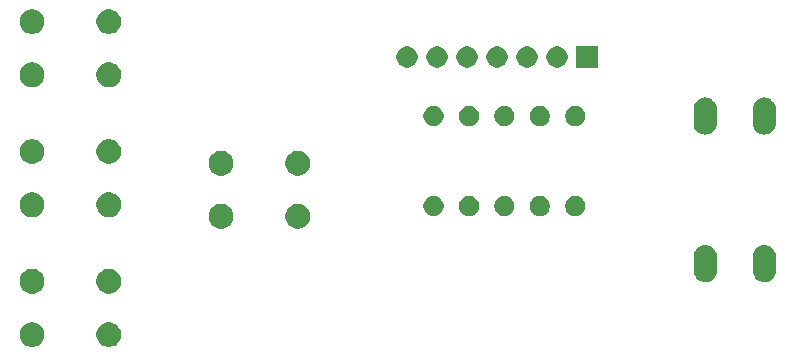
<source format=gbr>
G04 #@! TF.GenerationSoftware,KiCad,Pcbnew,(5.1.5)-3*
G04 #@! TF.CreationDate,2020-07-19T03:38:46+05:30*
G04 #@! TF.ProjectId,HA-Button-V1.0,48412d42-7574-4746-9f6e-2d56312e302e,rev?*
G04 #@! TF.SameCoordinates,Original*
G04 #@! TF.FileFunction,Soldermask,Bot*
G04 #@! TF.FilePolarity,Negative*
%FSLAX46Y46*%
G04 Gerber Fmt 4.6, Leading zero omitted, Abs format (unit mm)*
G04 Created by KiCad (PCBNEW (5.1.5)-3) date 2020-07-19 03:38:46*
%MOMM*%
%LPD*%
G04 APERTURE LIST*
%ADD10C,0.100000*%
G04 APERTURE END LIST*
D10*
G36*
X82806564Y-99489389D02*
G01*
X82997833Y-99568615D01*
X82997835Y-99568616D01*
X83169973Y-99683635D01*
X83316365Y-99830027D01*
X83431385Y-100002167D01*
X83510611Y-100193436D01*
X83551000Y-100396484D01*
X83551000Y-100603516D01*
X83510611Y-100806564D01*
X83431385Y-100997833D01*
X83431384Y-100997835D01*
X83316365Y-101169973D01*
X83169973Y-101316365D01*
X82997835Y-101431384D01*
X82997834Y-101431385D01*
X82997833Y-101431385D01*
X82806564Y-101510611D01*
X82603516Y-101551000D01*
X82396484Y-101551000D01*
X82193436Y-101510611D01*
X82002167Y-101431385D01*
X82002166Y-101431385D01*
X82002165Y-101431384D01*
X81830027Y-101316365D01*
X81683635Y-101169973D01*
X81568616Y-100997835D01*
X81568615Y-100997833D01*
X81489389Y-100806564D01*
X81449000Y-100603516D01*
X81449000Y-100396484D01*
X81489389Y-100193436D01*
X81568615Y-100002167D01*
X81683635Y-99830027D01*
X81830027Y-99683635D01*
X82002165Y-99568616D01*
X82002167Y-99568615D01*
X82193436Y-99489389D01*
X82396484Y-99449000D01*
X82603516Y-99449000D01*
X82806564Y-99489389D01*
G37*
G36*
X76306564Y-99489389D02*
G01*
X76497833Y-99568615D01*
X76497835Y-99568616D01*
X76669973Y-99683635D01*
X76816365Y-99830027D01*
X76931385Y-100002167D01*
X77010611Y-100193436D01*
X77051000Y-100396484D01*
X77051000Y-100603516D01*
X77010611Y-100806564D01*
X76931385Y-100997833D01*
X76931384Y-100997835D01*
X76816365Y-101169973D01*
X76669973Y-101316365D01*
X76497835Y-101431384D01*
X76497834Y-101431385D01*
X76497833Y-101431385D01*
X76306564Y-101510611D01*
X76103516Y-101551000D01*
X75896484Y-101551000D01*
X75693436Y-101510611D01*
X75502167Y-101431385D01*
X75502166Y-101431385D01*
X75502165Y-101431384D01*
X75330027Y-101316365D01*
X75183635Y-101169973D01*
X75068616Y-100997835D01*
X75068615Y-100997833D01*
X74989389Y-100806564D01*
X74949000Y-100603516D01*
X74949000Y-100396484D01*
X74989389Y-100193436D01*
X75068615Y-100002167D01*
X75183635Y-99830027D01*
X75330027Y-99683635D01*
X75502165Y-99568616D01*
X75502167Y-99568615D01*
X75693436Y-99489389D01*
X75896484Y-99449000D01*
X76103516Y-99449000D01*
X76306564Y-99489389D01*
G37*
G36*
X82806564Y-94989389D02*
G01*
X82997833Y-95068615D01*
X82997835Y-95068616D01*
X83169973Y-95183635D01*
X83316365Y-95330027D01*
X83412769Y-95474305D01*
X83431385Y-95502167D01*
X83510611Y-95693436D01*
X83551000Y-95896484D01*
X83551000Y-96103516D01*
X83510611Y-96306564D01*
X83431385Y-96497833D01*
X83431384Y-96497835D01*
X83316365Y-96669973D01*
X83169973Y-96816365D01*
X82997835Y-96931384D01*
X82997834Y-96931385D01*
X82997833Y-96931385D01*
X82806564Y-97010611D01*
X82603516Y-97051000D01*
X82396484Y-97051000D01*
X82193436Y-97010611D01*
X82002167Y-96931385D01*
X82002166Y-96931385D01*
X82002165Y-96931384D01*
X81830027Y-96816365D01*
X81683635Y-96669973D01*
X81568616Y-96497835D01*
X81568615Y-96497833D01*
X81489389Y-96306564D01*
X81449000Y-96103516D01*
X81449000Y-95896484D01*
X81489389Y-95693436D01*
X81568615Y-95502167D01*
X81587232Y-95474305D01*
X81683635Y-95330027D01*
X81830027Y-95183635D01*
X82002165Y-95068616D01*
X82002167Y-95068615D01*
X82193436Y-94989389D01*
X82396484Y-94949000D01*
X82603516Y-94949000D01*
X82806564Y-94989389D01*
G37*
G36*
X76306564Y-94989389D02*
G01*
X76497833Y-95068615D01*
X76497835Y-95068616D01*
X76669973Y-95183635D01*
X76816365Y-95330027D01*
X76912769Y-95474305D01*
X76931385Y-95502167D01*
X77010611Y-95693436D01*
X77051000Y-95896484D01*
X77051000Y-96103516D01*
X77010611Y-96306564D01*
X76931385Y-96497833D01*
X76931384Y-96497835D01*
X76816365Y-96669973D01*
X76669973Y-96816365D01*
X76497835Y-96931384D01*
X76497834Y-96931385D01*
X76497833Y-96931385D01*
X76306564Y-97010611D01*
X76103516Y-97051000D01*
X75896484Y-97051000D01*
X75693436Y-97010611D01*
X75502167Y-96931385D01*
X75502166Y-96931385D01*
X75502165Y-96931384D01*
X75330027Y-96816365D01*
X75183635Y-96669973D01*
X75068616Y-96497835D01*
X75068615Y-96497833D01*
X74989389Y-96306564D01*
X74949000Y-96103516D01*
X74949000Y-95896484D01*
X74989389Y-95693436D01*
X75068615Y-95502167D01*
X75087232Y-95474305D01*
X75183635Y-95330027D01*
X75330027Y-95183635D01*
X75502165Y-95068616D01*
X75502167Y-95068615D01*
X75693436Y-94989389D01*
X75896484Y-94949000D01*
X76103516Y-94949000D01*
X76306564Y-94989389D01*
G37*
G36*
X133191329Y-92939122D02*
G01*
X133375306Y-92994931D01*
X133375309Y-92994932D01*
X133465225Y-93042994D01*
X133544860Y-93085559D01*
X133591035Y-93123454D01*
X133693476Y-93207524D01*
X133777546Y-93309965D01*
X133815441Y-93356140D01*
X133858006Y-93435775D01*
X133906068Y-93525691D01*
X133906069Y-93525694D01*
X133961878Y-93709671D01*
X133976000Y-93853056D01*
X133976000Y-95146944D01*
X133961878Y-95290329D01*
X133906069Y-95474305D01*
X133906068Y-95474309D01*
X133891177Y-95502167D01*
X133815441Y-95643860D01*
X133777546Y-95690035D01*
X133693476Y-95792476D01*
X133591035Y-95876546D01*
X133544860Y-95914441D01*
X133490674Y-95943404D01*
X133375309Y-96005068D01*
X133327436Y-96019590D01*
X133191328Y-96060878D01*
X133000000Y-96079722D01*
X132808671Y-96060878D01*
X132624694Y-96005069D01*
X132624691Y-96005068D01*
X132534775Y-95957006D01*
X132455140Y-95914441D01*
X132408965Y-95876546D01*
X132306524Y-95792476D01*
X132222454Y-95690035D01*
X132184559Y-95643860D01*
X132108823Y-95502167D01*
X132093932Y-95474309D01*
X132050165Y-95330027D01*
X132038122Y-95290328D01*
X132024000Y-95146943D01*
X132024000Y-93853055D01*
X132038122Y-93709675D01*
X132038123Y-93709671D01*
X132093932Y-93525694D01*
X132184560Y-93356140D01*
X132222455Y-93309965D01*
X132306525Y-93207524D01*
X132408966Y-93123454D01*
X132455141Y-93085559D01*
X132534776Y-93042994D01*
X132624692Y-92994932D01*
X132624695Y-92994931D01*
X132808672Y-92939122D01*
X133000000Y-92920278D01*
X133191329Y-92939122D01*
G37*
G36*
X138191329Y-92939122D02*
G01*
X138375306Y-92994931D01*
X138375309Y-92994932D01*
X138465225Y-93042994D01*
X138544860Y-93085559D01*
X138591035Y-93123454D01*
X138693476Y-93207524D01*
X138777546Y-93309965D01*
X138815441Y-93356140D01*
X138858006Y-93435775D01*
X138906068Y-93525691D01*
X138906069Y-93525694D01*
X138961878Y-93709671D01*
X138976000Y-93853056D01*
X138976000Y-95146944D01*
X138961878Y-95290329D01*
X138906069Y-95474305D01*
X138906068Y-95474309D01*
X138891177Y-95502167D01*
X138815441Y-95643860D01*
X138777546Y-95690035D01*
X138693476Y-95792476D01*
X138591035Y-95876546D01*
X138544860Y-95914441D01*
X138490674Y-95943404D01*
X138375309Y-96005068D01*
X138327436Y-96019590D01*
X138191328Y-96060878D01*
X138000000Y-96079722D01*
X137808671Y-96060878D01*
X137624694Y-96005069D01*
X137624691Y-96005068D01*
X137534775Y-95957006D01*
X137455140Y-95914441D01*
X137408965Y-95876546D01*
X137306524Y-95792476D01*
X137222454Y-95690035D01*
X137184559Y-95643860D01*
X137108823Y-95502167D01*
X137093932Y-95474309D01*
X137050165Y-95330027D01*
X137038122Y-95290328D01*
X137024000Y-95146943D01*
X137024000Y-93853055D01*
X137038122Y-93709675D01*
X137038123Y-93709671D01*
X137093932Y-93525694D01*
X137184560Y-93356140D01*
X137222455Y-93309965D01*
X137306525Y-93207524D01*
X137408966Y-93123454D01*
X137455141Y-93085559D01*
X137534776Y-93042994D01*
X137624692Y-92994932D01*
X137624695Y-92994931D01*
X137808672Y-92939122D01*
X138000000Y-92920278D01*
X138191329Y-92939122D01*
G37*
G36*
X98806564Y-89489389D02*
G01*
X98997833Y-89568615D01*
X98997835Y-89568616D01*
X99169973Y-89683635D01*
X99316365Y-89830027D01*
X99428491Y-89997835D01*
X99431385Y-90002167D01*
X99510611Y-90193436D01*
X99551000Y-90396484D01*
X99551000Y-90603516D01*
X99510611Y-90806564D01*
X99431385Y-90997833D01*
X99431384Y-90997835D01*
X99316365Y-91169973D01*
X99169973Y-91316365D01*
X98997835Y-91431384D01*
X98997834Y-91431385D01*
X98997833Y-91431385D01*
X98806564Y-91510611D01*
X98603516Y-91551000D01*
X98396484Y-91551000D01*
X98193436Y-91510611D01*
X98002167Y-91431385D01*
X98002166Y-91431385D01*
X98002165Y-91431384D01*
X97830027Y-91316365D01*
X97683635Y-91169973D01*
X97568616Y-90997835D01*
X97568615Y-90997833D01*
X97489389Y-90806564D01*
X97449000Y-90603516D01*
X97449000Y-90396484D01*
X97489389Y-90193436D01*
X97568615Y-90002167D01*
X97571510Y-89997835D01*
X97683635Y-89830027D01*
X97830027Y-89683635D01*
X98002165Y-89568616D01*
X98002167Y-89568615D01*
X98193436Y-89489389D01*
X98396484Y-89449000D01*
X98603516Y-89449000D01*
X98806564Y-89489389D01*
G37*
G36*
X92306564Y-89489389D02*
G01*
X92497833Y-89568615D01*
X92497835Y-89568616D01*
X92669973Y-89683635D01*
X92816365Y-89830027D01*
X92928491Y-89997835D01*
X92931385Y-90002167D01*
X93010611Y-90193436D01*
X93051000Y-90396484D01*
X93051000Y-90603516D01*
X93010611Y-90806564D01*
X92931385Y-90997833D01*
X92931384Y-90997835D01*
X92816365Y-91169973D01*
X92669973Y-91316365D01*
X92497835Y-91431384D01*
X92497834Y-91431385D01*
X92497833Y-91431385D01*
X92306564Y-91510611D01*
X92103516Y-91551000D01*
X91896484Y-91551000D01*
X91693436Y-91510611D01*
X91502167Y-91431385D01*
X91502166Y-91431385D01*
X91502165Y-91431384D01*
X91330027Y-91316365D01*
X91183635Y-91169973D01*
X91068616Y-90997835D01*
X91068615Y-90997833D01*
X90989389Y-90806564D01*
X90949000Y-90603516D01*
X90949000Y-90396484D01*
X90989389Y-90193436D01*
X91068615Y-90002167D01*
X91071510Y-89997835D01*
X91183635Y-89830027D01*
X91330027Y-89683635D01*
X91502165Y-89568616D01*
X91502167Y-89568615D01*
X91693436Y-89489389D01*
X91896484Y-89449000D01*
X92103516Y-89449000D01*
X92306564Y-89489389D01*
G37*
G36*
X82806564Y-88489389D02*
G01*
X82997833Y-88568615D01*
X82997835Y-88568616D01*
X83169973Y-88683635D01*
X83316365Y-88830027D01*
X83340303Y-88865852D01*
X83431385Y-89002167D01*
X83510611Y-89193436D01*
X83551000Y-89396484D01*
X83551000Y-89603516D01*
X83510611Y-89806564D01*
X83431385Y-89997833D01*
X83431384Y-89997835D01*
X83316365Y-90169973D01*
X83169973Y-90316365D01*
X82997835Y-90431384D01*
X82997834Y-90431385D01*
X82997833Y-90431385D01*
X82806564Y-90510611D01*
X82603516Y-90551000D01*
X82396484Y-90551000D01*
X82193436Y-90510611D01*
X82002167Y-90431385D01*
X82002166Y-90431385D01*
X82002165Y-90431384D01*
X81830027Y-90316365D01*
X81683635Y-90169973D01*
X81568616Y-89997835D01*
X81568615Y-89997833D01*
X81489389Y-89806564D01*
X81449000Y-89603516D01*
X81449000Y-89396484D01*
X81489389Y-89193436D01*
X81568615Y-89002167D01*
X81659698Y-88865852D01*
X81683635Y-88830027D01*
X81830027Y-88683635D01*
X82002165Y-88568616D01*
X82002167Y-88568615D01*
X82193436Y-88489389D01*
X82396484Y-88449000D01*
X82603516Y-88449000D01*
X82806564Y-88489389D01*
G37*
G36*
X76306564Y-88489389D02*
G01*
X76497833Y-88568615D01*
X76497835Y-88568616D01*
X76669973Y-88683635D01*
X76816365Y-88830027D01*
X76840303Y-88865852D01*
X76931385Y-89002167D01*
X77010611Y-89193436D01*
X77051000Y-89396484D01*
X77051000Y-89603516D01*
X77010611Y-89806564D01*
X76931385Y-89997833D01*
X76931384Y-89997835D01*
X76816365Y-90169973D01*
X76669973Y-90316365D01*
X76497835Y-90431384D01*
X76497834Y-90431385D01*
X76497833Y-90431385D01*
X76306564Y-90510611D01*
X76103516Y-90551000D01*
X75896484Y-90551000D01*
X75693436Y-90510611D01*
X75502167Y-90431385D01*
X75502166Y-90431385D01*
X75502165Y-90431384D01*
X75330027Y-90316365D01*
X75183635Y-90169973D01*
X75068616Y-89997835D01*
X75068615Y-89997833D01*
X74989389Y-89806564D01*
X74949000Y-89603516D01*
X74949000Y-89396484D01*
X74989389Y-89193436D01*
X75068615Y-89002167D01*
X75159698Y-88865852D01*
X75183635Y-88830027D01*
X75330027Y-88683635D01*
X75502165Y-88568616D01*
X75502167Y-88568615D01*
X75693436Y-88489389D01*
X75896484Y-88449000D01*
X76103516Y-88449000D01*
X76306564Y-88489389D01*
G37*
G36*
X119248228Y-88801703D02*
G01*
X119403100Y-88865853D01*
X119542481Y-88958985D01*
X119661015Y-89077519D01*
X119754147Y-89216900D01*
X119818297Y-89371772D01*
X119851000Y-89536184D01*
X119851000Y-89703816D01*
X119818297Y-89868228D01*
X119754147Y-90023100D01*
X119661015Y-90162481D01*
X119542481Y-90281015D01*
X119403100Y-90374147D01*
X119248228Y-90438297D01*
X119083816Y-90471000D01*
X118916184Y-90471000D01*
X118751772Y-90438297D01*
X118596900Y-90374147D01*
X118457519Y-90281015D01*
X118338985Y-90162481D01*
X118245853Y-90023100D01*
X118181703Y-89868228D01*
X118149000Y-89703816D01*
X118149000Y-89536184D01*
X118181703Y-89371772D01*
X118245853Y-89216900D01*
X118338985Y-89077519D01*
X118457519Y-88958985D01*
X118596900Y-88865853D01*
X118751772Y-88801703D01*
X118916184Y-88769000D01*
X119083816Y-88769000D01*
X119248228Y-88801703D01*
G37*
G36*
X122248228Y-88801703D02*
G01*
X122403100Y-88865853D01*
X122542481Y-88958985D01*
X122661015Y-89077519D01*
X122754147Y-89216900D01*
X122818297Y-89371772D01*
X122851000Y-89536184D01*
X122851000Y-89703816D01*
X122818297Y-89868228D01*
X122754147Y-90023100D01*
X122661015Y-90162481D01*
X122542481Y-90281015D01*
X122403100Y-90374147D01*
X122248228Y-90438297D01*
X122083816Y-90471000D01*
X121916184Y-90471000D01*
X121751772Y-90438297D01*
X121596900Y-90374147D01*
X121457519Y-90281015D01*
X121338985Y-90162481D01*
X121245853Y-90023100D01*
X121181703Y-89868228D01*
X121149000Y-89703816D01*
X121149000Y-89536184D01*
X121181703Y-89371772D01*
X121245853Y-89216900D01*
X121338985Y-89077519D01*
X121457519Y-88958985D01*
X121596900Y-88865853D01*
X121751772Y-88801703D01*
X121916184Y-88769000D01*
X122083816Y-88769000D01*
X122248228Y-88801703D01*
G37*
G36*
X116248228Y-88801703D02*
G01*
X116403100Y-88865853D01*
X116542481Y-88958985D01*
X116661015Y-89077519D01*
X116754147Y-89216900D01*
X116818297Y-89371772D01*
X116851000Y-89536184D01*
X116851000Y-89703816D01*
X116818297Y-89868228D01*
X116754147Y-90023100D01*
X116661015Y-90162481D01*
X116542481Y-90281015D01*
X116403100Y-90374147D01*
X116248228Y-90438297D01*
X116083816Y-90471000D01*
X115916184Y-90471000D01*
X115751772Y-90438297D01*
X115596900Y-90374147D01*
X115457519Y-90281015D01*
X115338985Y-90162481D01*
X115245853Y-90023100D01*
X115181703Y-89868228D01*
X115149000Y-89703816D01*
X115149000Y-89536184D01*
X115181703Y-89371772D01*
X115245853Y-89216900D01*
X115338985Y-89077519D01*
X115457519Y-88958985D01*
X115596900Y-88865853D01*
X115751772Y-88801703D01*
X115916184Y-88769000D01*
X116083816Y-88769000D01*
X116248228Y-88801703D01*
G37*
G36*
X113248228Y-88801703D02*
G01*
X113403100Y-88865853D01*
X113542481Y-88958985D01*
X113661015Y-89077519D01*
X113754147Y-89216900D01*
X113818297Y-89371772D01*
X113851000Y-89536184D01*
X113851000Y-89703816D01*
X113818297Y-89868228D01*
X113754147Y-90023100D01*
X113661015Y-90162481D01*
X113542481Y-90281015D01*
X113403100Y-90374147D01*
X113248228Y-90438297D01*
X113083816Y-90471000D01*
X112916184Y-90471000D01*
X112751772Y-90438297D01*
X112596900Y-90374147D01*
X112457519Y-90281015D01*
X112338985Y-90162481D01*
X112245853Y-90023100D01*
X112181703Y-89868228D01*
X112149000Y-89703816D01*
X112149000Y-89536184D01*
X112181703Y-89371772D01*
X112245853Y-89216900D01*
X112338985Y-89077519D01*
X112457519Y-88958985D01*
X112596900Y-88865853D01*
X112751772Y-88801703D01*
X112916184Y-88769000D01*
X113083816Y-88769000D01*
X113248228Y-88801703D01*
G37*
G36*
X110248228Y-88801703D02*
G01*
X110403100Y-88865853D01*
X110542481Y-88958985D01*
X110661015Y-89077519D01*
X110754147Y-89216900D01*
X110818297Y-89371772D01*
X110851000Y-89536184D01*
X110851000Y-89703816D01*
X110818297Y-89868228D01*
X110754147Y-90023100D01*
X110661015Y-90162481D01*
X110542481Y-90281015D01*
X110403100Y-90374147D01*
X110248228Y-90438297D01*
X110083816Y-90471000D01*
X109916184Y-90471000D01*
X109751772Y-90438297D01*
X109596900Y-90374147D01*
X109457519Y-90281015D01*
X109338985Y-90162481D01*
X109245853Y-90023100D01*
X109181703Y-89868228D01*
X109149000Y-89703816D01*
X109149000Y-89536184D01*
X109181703Y-89371772D01*
X109245853Y-89216900D01*
X109338985Y-89077519D01*
X109457519Y-88958985D01*
X109596900Y-88865853D01*
X109751772Y-88801703D01*
X109916184Y-88769000D01*
X110083816Y-88769000D01*
X110248228Y-88801703D01*
G37*
G36*
X92306564Y-84989389D02*
G01*
X92497833Y-85068615D01*
X92497835Y-85068616D01*
X92669973Y-85183635D01*
X92816365Y-85330027D01*
X92928491Y-85497835D01*
X92931385Y-85502167D01*
X93010611Y-85693436D01*
X93051000Y-85896484D01*
X93051000Y-86103516D01*
X93010611Y-86306564D01*
X92931385Y-86497833D01*
X92931384Y-86497835D01*
X92816365Y-86669973D01*
X92669973Y-86816365D01*
X92497835Y-86931384D01*
X92497834Y-86931385D01*
X92497833Y-86931385D01*
X92306564Y-87010611D01*
X92103516Y-87051000D01*
X91896484Y-87051000D01*
X91693436Y-87010611D01*
X91502167Y-86931385D01*
X91502166Y-86931385D01*
X91502165Y-86931384D01*
X91330027Y-86816365D01*
X91183635Y-86669973D01*
X91068616Y-86497835D01*
X91068615Y-86497833D01*
X90989389Y-86306564D01*
X90949000Y-86103516D01*
X90949000Y-85896484D01*
X90989389Y-85693436D01*
X91068615Y-85502167D01*
X91071510Y-85497835D01*
X91183635Y-85330027D01*
X91330027Y-85183635D01*
X91502165Y-85068616D01*
X91502167Y-85068615D01*
X91693436Y-84989389D01*
X91896484Y-84949000D01*
X92103516Y-84949000D01*
X92306564Y-84989389D01*
G37*
G36*
X98806564Y-84989389D02*
G01*
X98997833Y-85068615D01*
X98997835Y-85068616D01*
X99169973Y-85183635D01*
X99316365Y-85330027D01*
X99428491Y-85497835D01*
X99431385Y-85502167D01*
X99510611Y-85693436D01*
X99551000Y-85896484D01*
X99551000Y-86103516D01*
X99510611Y-86306564D01*
X99431385Y-86497833D01*
X99431384Y-86497835D01*
X99316365Y-86669973D01*
X99169973Y-86816365D01*
X98997835Y-86931384D01*
X98997834Y-86931385D01*
X98997833Y-86931385D01*
X98806564Y-87010611D01*
X98603516Y-87051000D01*
X98396484Y-87051000D01*
X98193436Y-87010611D01*
X98002167Y-86931385D01*
X98002166Y-86931385D01*
X98002165Y-86931384D01*
X97830027Y-86816365D01*
X97683635Y-86669973D01*
X97568616Y-86497835D01*
X97568615Y-86497833D01*
X97489389Y-86306564D01*
X97449000Y-86103516D01*
X97449000Y-85896484D01*
X97489389Y-85693436D01*
X97568615Y-85502167D01*
X97571510Y-85497835D01*
X97683635Y-85330027D01*
X97830027Y-85183635D01*
X98002165Y-85068616D01*
X98002167Y-85068615D01*
X98193436Y-84989389D01*
X98396484Y-84949000D01*
X98603516Y-84949000D01*
X98806564Y-84989389D01*
G37*
G36*
X76306564Y-83989389D02*
G01*
X76497833Y-84068615D01*
X76497835Y-84068616D01*
X76669973Y-84183635D01*
X76816365Y-84330027D01*
X76931385Y-84502167D01*
X77010611Y-84693436D01*
X77051000Y-84896484D01*
X77051000Y-85103516D01*
X77010611Y-85306564D01*
X77000892Y-85330027D01*
X76931384Y-85497835D01*
X76816365Y-85669973D01*
X76669973Y-85816365D01*
X76497835Y-85931384D01*
X76497834Y-85931385D01*
X76497833Y-85931385D01*
X76306564Y-86010611D01*
X76103516Y-86051000D01*
X75896484Y-86051000D01*
X75693436Y-86010611D01*
X75502167Y-85931385D01*
X75502166Y-85931385D01*
X75502165Y-85931384D01*
X75330027Y-85816365D01*
X75183635Y-85669973D01*
X75068616Y-85497835D01*
X74999108Y-85330027D01*
X74989389Y-85306564D01*
X74949000Y-85103516D01*
X74949000Y-84896484D01*
X74989389Y-84693436D01*
X75068615Y-84502167D01*
X75183635Y-84330027D01*
X75330027Y-84183635D01*
X75502165Y-84068616D01*
X75502167Y-84068615D01*
X75693436Y-83989389D01*
X75896484Y-83949000D01*
X76103516Y-83949000D01*
X76306564Y-83989389D01*
G37*
G36*
X82806564Y-83989389D02*
G01*
X82997833Y-84068615D01*
X82997835Y-84068616D01*
X83169973Y-84183635D01*
X83316365Y-84330027D01*
X83431385Y-84502167D01*
X83510611Y-84693436D01*
X83551000Y-84896484D01*
X83551000Y-85103516D01*
X83510611Y-85306564D01*
X83500892Y-85330027D01*
X83431384Y-85497835D01*
X83316365Y-85669973D01*
X83169973Y-85816365D01*
X82997835Y-85931384D01*
X82997834Y-85931385D01*
X82997833Y-85931385D01*
X82806564Y-86010611D01*
X82603516Y-86051000D01*
X82396484Y-86051000D01*
X82193436Y-86010611D01*
X82002167Y-85931385D01*
X82002166Y-85931385D01*
X82002165Y-85931384D01*
X81830027Y-85816365D01*
X81683635Y-85669973D01*
X81568616Y-85497835D01*
X81499108Y-85330027D01*
X81489389Y-85306564D01*
X81449000Y-85103516D01*
X81449000Y-84896484D01*
X81489389Y-84693436D01*
X81568615Y-84502167D01*
X81683635Y-84330027D01*
X81830027Y-84183635D01*
X82002165Y-84068616D01*
X82002167Y-84068615D01*
X82193436Y-83989389D01*
X82396484Y-83949000D01*
X82603516Y-83949000D01*
X82806564Y-83989389D01*
G37*
G36*
X133191329Y-80439122D02*
G01*
X133375306Y-80494931D01*
X133375309Y-80494932D01*
X133465225Y-80542994D01*
X133544860Y-80585559D01*
X133591035Y-80623454D01*
X133693476Y-80707524D01*
X133777546Y-80809965D01*
X133815441Y-80856140D01*
X133858006Y-80935775D01*
X133906068Y-81025691D01*
X133906069Y-81025694D01*
X133961878Y-81209671D01*
X133976000Y-81353056D01*
X133976000Y-82646944D01*
X133961878Y-82790329D01*
X133906069Y-82974305D01*
X133906068Y-82974309D01*
X133858006Y-83064225D01*
X133815441Y-83143860D01*
X133777546Y-83190035D01*
X133693476Y-83292476D01*
X133591035Y-83376546D01*
X133544860Y-83414441D01*
X133490674Y-83443404D01*
X133375309Y-83505068D01*
X133327436Y-83519590D01*
X133191328Y-83560878D01*
X133000000Y-83579722D01*
X132808671Y-83560878D01*
X132624694Y-83505069D01*
X132624691Y-83505068D01*
X132534775Y-83457006D01*
X132455140Y-83414441D01*
X132408965Y-83376546D01*
X132306524Y-83292476D01*
X132222454Y-83190035D01*
X132184559Y-83143860D01*
X132155596Y-83089674D01*
X132093932Y-82974309D01*
X132056527Y-82851000D01*
X132038122Y-82790328D01*
X132024000Y-82646943D01*
X132024000Y-81353055D01*
X132038122Y-81209675D01*
X132038123Y-81209671D01*
X132093932Y-81025694D01*
X132184560Y-80856140D01*
X132222455Y-80809965D01*
X132306525Y-80707524D01*
X132408966Y-80623454D01*
X132455141Y-80585559D01*
X132534776Y-80542994D01*
X132624692Y-80494932D01*
X132624695Y-80494931D01*
X132808672Y-80439122D01*
X133000000Y-80420278D01*
X133191329Y-80439122D01*
G37*
G36*
X138191329Y-80439122D02*
G01*
X138375306Y-80494931D01*
X138375309Y-80494932D01*
X138465225Y-80542994D01*
X138544860Y-80585559D01*
X138591035Y-80623454D01*
X138693476Y-80707524D01*
X138777546Y-80809965D01*
X138815441Y-80856140D01*
X138858006Y-80935775D01*
X138906068Y-81025691D01*
X138906069Y-81025694D01*
X138961878Y-81209671D01*
X138976000Y-81353056D01*
X138976000Y-82646944D01*
X138961878Y-82790329D01*
X138906069Y-82974305D01*
X138906068Y-82974309D01*
X138858006Y-83064225D01*
X138815441Y-83143860D01*
X138777546Y-83190035D01*
X138693476Y-83292476D01*
X138591035Y-83376546D01*
X138544860Y-83414441D01*
X138490674Y-83443404D01*
X138375309Y-83505068D01*
X138327436Y-83519590D01*
X138191328Y-83560878D01*
X138000000Y-83579722D01*
X137808671Y-83560878D01*
X137624694Y-83505069D01*
X137624691Y-83505068D01*
X137534775Y-83457006D01*
X137455140Y-83414441D01*
X137408965Y-83376546D01*
X137306524Y-83292476D01*
X137222454Y-83190035D01*
X137184559Y-83143860D01*
X137155596Y-83089674D01*
X137093932Y-82974309D01*
X137056527Y-82851000D01*
X137038122Y-82790328D01*
X137024000Y-82646943D01*
X137024000Y-81353055D01*
X137038122Y-81209675D01*
X137038123Y-81209671D01*
X137093932Y-81025694D01*
X137184560Y-80856140D01*
X137222455Y-80809965D01*
X137306525Y-80707524D01*
X137408966Y-80623454D01*
X137455141Y-80585559D01*
X137534776Y-80542994D01*
X137624692Y-80494932D01*
X137624695Y-80494931D01*
X137808672Y-80439122D01*
X138000000Y-80420278D01*
X138191329Y-80439122D01*
G37*
G36*
X116248228Y-81181703D02*
G01*
X116403100Y-81245853D01*
X116542481Y-81338985D01*
X116661015Y-81457519D01*
X116754147Y-81596900D01*
X116818297Y-81751772D01*
X116851000Y-81916184D01*
X116851000Y-82083816D01*
X116818297Y-82248228D01*
X116754147Y-82403100D01*
X116661015Y-82542481D01*
X116542481Y-82661015D01*
X116403100Y-82754147D01*
X116248228Y-82818297D01*
X116083816Y-82851000D01*
X115916184Y-82851000D01*
X115751772Y-82818297D01*
X115596900Y-82754147D01*
X115457519Y-82661015D01*
X115338985Y-82542481D01*
X115245853Y-82403100D01*
X115181703Y-82248228D01*
X115149000Y-82083816D01*
X115149000Y-81916184D01*
X115181703Y-81751772D01*
X115245853Y-81596900D01*
X115338985Y-81457519D01*
X115457519Y-81338985D01*
X115596900Y-81245853D01*
X115751772Y-81181703D01*
X115916184Y-81149000D01*
X116083816Y-81149000D01*
X116248228Y-81181703D01*
G37*
G36*
X122248228Y-81181703D02*
G01*
X122403100Y-81245853D01*
X122542481Y-81338985D01*
X122661015Y-81457519D01*
X122754147Y-81596900D01*
X122818297Y-81751772D01*
X122851000Y-81916184D01*
X122851000Y-82083816D01*
X122818297Y-82248228D01*
X122754147Y-82403100D01*
X122661015Y-82542481D01*
X122542481Y-82661015D01*
X122403100Y-82754147D01*
X122248228Y-82818297D01*
X122083816Y-82851000D01*
X121916184Y-82851000D01*
X121751772Y-82818297D01*
X121596900Y-82754147D01*
X121457519Y-82661015D01*
X121338985Y-82542481D01*
X121245853Y-82403100D01*
X121181703Y-82248228D01*
X121149000Y-82083816D01*
X121149000Y-81916184D01*
X121181703Y-81751772D01*
X121245853Y-81596900D01*
X121338985Y-81457519D01*
X121457519Y-81338985D01*
X121596900Y-81245853D01*
X121751772Y-81181703D01*
X121916184Y-81149000D01*
X122083816Y-81149000D01*
X122248228Y-81181703D01*
G37*
G36*
X119248228Y-81181703D02*
G01*
X119403100Y-81245853D01*
X119542481Y-81338985D01*
X119661015Y-81457519D01*
X119754147Y-81596900D01*
X119818297Y-81751772D01*
X119851000Y-81916184D01*
X119851000Y-82083816D01*
X119818297Y-82248228D01*
X119754147Y-82403100D01*
X119661015Y-82542481D01*
X119542481Y-82661015D01*
X119403100Y-82754147D01*
X119248228Y-82818297D01*
X119083816Y-82851000D01*
X118916184Y-82851000D01*
X118751772Y-82818297D01*
X118596900Y-82754147D01*
X118457519Y-82661015D01*
X118338985Y-82542481D01*
X118245853Y-82403100D01*
X118181703Y-82248228D01*
X118149000Y-82083816D01*
X118149000Y-81916184D01*
X118181703Y-81751772D01*
X118245853Y-81596900D01*
X118338985Y-81457519D01*
X118457519Y-81338985D01*
X118596900Y-81245853D01*
X118751772Y-81181703D01*
X118916184Y-81149000D01*
X119083816Y-81149000D01*
X119248228Y-81181703D01*
G37*
G36*
X113248228Y-81181703D02*
G01*
X113403100Y-81245853D01*
X113542481Y-81338985D01*
X113661015Y-81457519D01*
X113754147Y-81596900D01*
X113818297Y-81751772D01*
X113851000Y-81916184D01*
X113851000Y-82083816D01*
X113818297Y-82248228D01*
X113754147Y-82403100D01*
X113661015Y-82542481D01*
X113542481Y-82661015D01*
X113403100Y-82754147D01*
X113248228Y-82818297D01*
X113083816Y-82851000D01*
X112916184Y-82851000D01*
X112751772Y-82818297D01*
X112596900Y-82754147D01*
X112457519Y-82661015D01*
X112338985Y-82542481D01*
X112245853Y-82403100D01*
X112181703Y-82248228D01*
X112149000Y-82083816D01*
X112149000Y-81916184D01*
X112181703Y-81751772D01*
X112245853Y-81596900D01*
X112338985Y-81457519D01*
X112457519Y-81338985D01*
X112596900Y-81245853D01*
X112751772Y-81181703D01*
X112916184Y-81149000D01*
X113083816Y-81149000D01*
X113248228Y-81181703D01*
G37*
G36*
X110248228Y-81181703D02*
G01*
X110403100Y-81245853D01*
X110542481Y-81338985D01*
X110661015Y-81457519D01*
X110754147Y-81596900D01*
X110818297Y-81751772D01*
X110851000Y-81916184D01*
X110851000Y-82083816D01*
X110818297Y-82248228D01*
X110754147Y-82403100D01*
X110661015Y-82542481D01*
X110542481Y-82661015D01*
X110403100Y-82754147D01*
X110248228Y-82818297D01*
X110083816Y-82851000D01*
X109916184Y-82851000D01*
X109751772Y-82818297D01*
X109596900Y-82754147D01*
X109457519Y-82661015D01*
X109338985Y-82542481D01*
X109245853Y-82403100D01*
X109181703Y-82248228D01*
X109149000Y-82083816D01*
X109149000Y-81916184D01*
X109181703Y-81751772D01*
X109245853Y-81596900D01*
X109338985Y-81457519D01*
X109457519Y-81338985D01*
X109596900Y-81245853D01*
X109751772Y-81181703D01*
X109916184Y-81149000D01*
X110083816Y-81149000D01*
X110248228Y-81181703D01*
G37*
G36*
X82806564Y-77489389D02*
G01*
X82997833Y-77568615D01*
X82997835Y-77568616D01*
X83169973Y-77683635D01*
X83316365Y-77830027D01*
X83431385Y-78002167D01*
X83510611Y-78193436D01*
X83551000Y-78396484D01*
X83551000Y-78603516D01*
X83510611Y-78806564D01*
X83431385Y-78997833D01*
X83431384Y-78997835D01*
X83316365Y-79169973D01*
X83169973Y-79316365D01*
X82997835Y-79431384D01*
X82997834Y-79431385D01*
X82997833Y-79431385D01*
X82806564Y-79510611D01*
X82603516Y-79551000D01*
X82396484Y-79551000D01*
X82193436Y-79510611D01*
X82002167Y-79431385D01*
X82002166Y-79431385D01*
X82002165Y-79431384D01*
X81830027Y-79316365D01*
X81683635Y-79169973D01*
X81568616Y-78997835D01*
X81568615Y-78997833D01*
X81489389Y-78806564D01*
X81449000Y-78603516D01*
X81449000Y-78396484D01*
X81489389Y-78193436D01*
X81568615Y-78002167D01*
X81683635Y-77830027D01*
X81830027Y-77683635D01*
X82002165Y-77568616D01*
X82002167Y-77568615D01*
X82193436Y-77489389D01*
X82396484Y-77449000D01*
X82603516Y-77449000D01*
X82806564Y-77489389D01*
G37*
G36*
X76306564Y-77489389D02*
G01*
X76497833Y-77568615D01*
X76497835Y-77568616D01*
X76669973Y-77683635D01*
X76816365Y-77830027D01*
X76931385Y-78002167D01*
X77010611Y-78193436D01*
X77051000Y-78396484D01*
X77051000Y-78603516D01*
X77010611Y-78806564D01*
X76931385Y-78997833D01*
X76931384Y-78997835D01*
X76816365Y-79169973D01*
X76669973Y-79316365D01*
X76497835Y-79431384D01*
X76497834Y-79431385D01*
X76497833Y-79431385D01*
X76306564Y-79510611D01*
X76103516Y-79551000D01*
X75896484Y-79551000D01*
X75693436Y-79510611D01*
X75502167Y-79431385D01*
X75502166Y-79431385D01*
X75502165Y-79431384D01*
X75330027Y-79316365D01*
X75183635Y-79169973D01*
X75068616Y-78997835D01*
X75068615Y-78997833D01*
X74989389Y-78806564D01*
X74949000Y-78603516D01*
X74949000Y-78396484D01*
X74989389Y-78193436D01*
X75068615Y-78002167D01*
X75183635Y-77830027D01*
X75330027Y-77683635D01*
X75502165Y-77568616D01*
X75502167Y-77568615D01*
X75693436Y-77489389D01*
X75896484Y-77449000D01*
X76103516Y-77449000D01*
X76306564Y-77489389D01*
G37*
G36*
X107873512Y-76103927D02*
G01*
X108022812Y-76133624D01*
X108186784Y-76201544D01*
X108334354Y-76300147D01*
X108459853Y-76425646D01*
X108558456Y-76573216D01*
X108626376Y-76737188D01*
X108661000Y-76911259D01*
X108661000Y-77088741D01*
X108626376Y-77262812D01*
X108558456Y-77426784D01*
X108459853Y-77574354D01*
X108334354Y-77699853D01*
X108186784Y-77798456D01*
X108022812Y-77866376D01*
X107873512Y-77896073D01*
X107848742Y-77901000D01*
X107671258Y-77901000D01*
X107646488Y-77896073D01*
X107497188Y-77866376D01*
X107333216Y-77798456D01*
X107185646Y-77699853D01*
X107060147Y-77574354D01*
X106961544Y-77426784D01*
X106893624Y-77262812D01*
X106859000Y-77088741D01*
X106859000Y-76911259D01*
X106893624Y-76737188D01*
X106961544Y-76573216D01*
X107060147Y-76425646D01*
X107185646Y-76300147D01*
X107333216Y-76201544D01*
X107497188Y-76133624D01*
X107646488Y-76103927D01*
X107671258Y-76099000D01*
X107848742Y-76099000D01*
X107873512Y-76103927D01*
G37*
G36*
X110413512Y-76103927D02*
G01*
X110562812Y-76133624D01*
X110726784Y-76201544D01*
X110874354Y-76300147D01*
X110999853Y-76425646D01*
X111098456Y-76573216D01*
X111166376Y-76737188D01*
X111201000Y-76911259D01*
X111201000Y-77088741D01*
X111166376Y-77262812D01*
X111098456Y-77426784D01*
X110999853Y-77574354D01*
X110874354Y-77699853D01*
X110726784Y-77798456D01*
X110562812Y-77866376D01*
X110413512Y-77896073D01*
X110388742Y-77901000D01*
X110211258Y-77901000D01*
X110186488Y-77896073D01*
X110037188Y-77866376D01*
X109873216Y-77798456D01*
X109725646Y-77699853D01*
X109600147Y-77574354D01*
X109501544Y-77426784D01*
X109433624Y-77262812D01*
X109399000Y-77088741D01*
X109399000Y-76911259D01*
X109433624Y-76737188D01*
X109501544Y-76573216D01*
X109600147Y-76425646D01*
X109725646Y-76300147D01*
X109873216Y-76201544D01*
X110037188Y-76133624D01*
X110186488Y-76103927D01*
X110211258Y-76099000D01*
X110388742Y-76099000D01*
X110413512Y-76103927D01*
G37*
G36*
X112953512Y-76103927D02*
G01*
X113102812Y-76133624D01*
X113266784Y-76201544D01*
X113414354Y-76300147D01*
X113539853Y-76425646D01*
X113638456Y-76573216D01*
X113706376Y-76737188D01*
X113741000Y-76911259D01*
X113741000Y-77088741D01*
X113706376Y-77262812D01*
X113638456Y-77426784D01*
X113539853Y-77574354D01*
X113414354Y-77699853D01*
X113266784Y-77798456D01*
X113102812Y-77866376D01*
X112953512Y-77896073D01*
X112928742Y-77901000D01*
X112751258Y-77901000D01*
X112726488Y-77896073D01*
X112577188Y-77866376D01*
X112413216Y-77798456D01*
X112265646Y-77699853D01*
X112140147Y-77574354D01*
X112041544Y-77426784D01*
X111973624Y-77262812D01*
X111939000Y-77088741D01*
X111939000Y-76911259D01*
X111973624Y-76737188D01*
X112041544Y-76573216D01*
X112140147Y-76425646D01*
X112265646Y-76300147D01*
X112413216Y-76201544D01*
X112577188Y-76133624D01*
X112726488Y-76103927D01*
X112751258Y-76099000D01*
X112928742Y-76099000D01*
X112953512Y-76103927D01*
G37*
G36*
X115493512Y-76103927D02*
G01*
X115642812Y-76133624D01*
X115806784Y-76201544D01*
X115954354Y-76300147D01*
X116079853Y-76425646D01*
X116178456Y-76573216D01*
X116246376Y-76737188D01*
X116281000Y-76911259D01*
X116281000Y-77088741D01*
X116246376Y-77262812D01*
X116178456Y-77426784D01*
X116079853Y-77574354D01*
X115954354Y-77699853D01*
X115806784Y-77798456D01*
X115642812Y-77866376D01*
X115493512Y-77896073D01*
X115468742Y-77901000D01*
X115291258Y-77901000D01*
X115266488Y-77896073D01*
X115117188Y-77866376D01*
X114953216Y-77798456D01*
X114805646Y-77699853D01*
X114680147Y-77574354D01*
X114581544Y-77426784D01*
X114513624Y-77262812D01*
X114479000Y-77088741D01*
X114479000Y-76911259D01*
X114513624Y-76737188D01*
X114581544Y-76573216D01*
X114680147Y-76425646D01*
X114805646Y-76300147D01*
X114953216Y-76201544D01*
X115117188Y-76133624D01*
X115266488Y-76103927D01*
X115291258Y-76099000D01*
X115468742Y-76099000D01*
X115493512Y-76103927D01*
G37*
G36*
X118033512Y-76103927D02*
G01*
X118182812Y-76133624D01*
X118346784Y-76201544D01*
X118494354Y-76300147D01*
X118619853Y-76425646D01*
X118718456Y-76573216D01*
X118786376Y-76737188D01*
X118821000Y-76911259D01*
X118821000Y-77088741D01*
X118786376Y-77262812D01*
X118718456Y-77426784D01*
X118619853Y-77574354D01*
X118494354Y-77699853D01*
X118346784Y-77798456D01*
X118182812Y-77866376D01*
X118033512Y-77896073D01*
X118008742Y-77901000D01*
X117831258Y-77901000D01*
X117806488Y-77896073D01*
X117657188Y-77866376D01*
X117493216Y-77798456D01*
X117345646Y-77699853D01*
X117220147Y-77574354D01*
X117121544Y-77426784D01*
X117053624Y-77262812D01*
X117019000Y-77088741D01*
X117019000Y-76911259D01*
X117053624Y-76737188D01*
X117121544Y-76573216D01*
X117220147Y-76425646D01*
X117345646Y-76300147D01*
X117493216Y-76201544D01*
X117657188Y-76133624D01*
X117806488Y-76103927D01*
X117831258Y-76099000D01*
X118008742Y-76099000D01*
X118033512Y-76103927D01*
G37*
G36*
X120573512Y-76103927D02*
G01*
X120722812Y-76133624D01*
X120886784Y-76201544D01*
X121034354Y-76300147D01*
X121159853Y-76425646D01*
X121258456Y-76573216D01*
X121326376Y-76737188D01*
X121361000Y-76911259D01*
X121361000Y-77088741D01*
X121326376Y-77262812D01*
X121258456Y-77426784D01*
X121159853Y-77574354D01*
X121034354Y-77699853D01*
X120886784Y-77798456D01*
X120722812Y-77866376D01*
X120573512Y-77896073D01*
X120548742Y-77901000D01*
X120371258Y-77901000D01*
X120346488Y-77896073D01*
X120197188Y-77866376D01*
X120033216Y-77798456D01*
X119885646Y-77699853D01*
X119760147Y-77574354D01*
X119661544Y-77426784D01*
X119593624Y-77262812D01*
X119559000Y-77088741D01*
X119559000Y-76911259D01*
X119593624Y-76737188D01*
X119661544Y-76573216D01*
X119760147Y-76425646D01*
X119885646Y-76300147D01*
X120033216Y-76201544D01*
X120197188Y-76133624D01*
X120346488Y-76103927D01*
X120371258Y-76099000D01*
X120548742Y-76099000D01*
X120573512Y-76103927D01*
G37*
G36*
X123901000Y-77901000D02*
G01*
X122099000Y-77901000D01*
X122099000Y-76099000D01*
X123901000Y-76099000D01*
X123901000Y-77901000D01*
G37*
G36*
X76306564Y-72989389D02*
G01*
X76497833Y-73068615D01*
X76497835Y-73068616D01*
X76669973Y-73183635D01*
X76816365Y-73330027D01*
X76931385Y-73502167D01*
X77010611Y-73693436D01*
X77051000Y-73896484D01*
X77051000Y-74103516D01*
X77010611Y-74306564D01*
X76931385Y-74497833D01*
X76931384Y-74497835D01*
X76816365Y-74669973D01*
X76669973Y-74816365D01*
X76497835Y-74931384D01*
X76497834Y-74931385D01*
X76497833Y-74931385D01*
X76306564Y-75010611D01*
X76103516Y-75051000D01*
X75896484Y-75051000D01*
X75693436Y-75010611D01*
X75502167Y-74931385D01*
X75502166Y-74931385D01*
X75502165Y-74931384D01*
X75330027Y-74816365D01*
X75183635Y-74669973D01*
X75068616Y-74497835D01*
X75068615Y-74497833D01*
X74989389Y-74306564D01*
X74949000Y-74103516D01*
X74949000Y-73896484D01*
X74989389Y-73693436D01*
X75068615Y-73502167D01*
X75183635Y-73330027D01*
X75330027Y-73183635D01*
X75502165Y-73068616D01*
X75502167Y-73068615D01*
X75693436Y-72989389D01*
X75896484Y-72949000D01*
X76103516Y-72949000D01*
X76306564Y-72989389D01*
G37*
G36*
X82806564Y-72989389D02*
G01*
X82997833Y-73068615D01*
X82997835Y-73068616D01*
X83169973Y-73183635D01*
X83316365Y-73330027D01*
X83431385Y-73502167D01*
X83510611Y-73693436D01*
X83551000Y-73896484D01*
X83551000Y-74103516D01*
X83510611Y-74306564D01*
X83431385Y-74497833D01*
X83431384Y-74497835D01*
X83316365Y-74669973D01*
X83169973Y-74816365D01*
X82997835Y-74931384D01*
X82997834Y-74931385D01*
X82997833Y-74931385D01*
X82806564Y-75010611D01*
X82603516Y-75051000D01*
X82396484Y-75051000D01*
X82193436Y-75010611D01*
X82002167Y-74931385D01*
X82002166Y-74931385D01*
X82002165Y-74931384D01*
X81830027Y-74816365D01*
X81683635Y-74669973D01*
X81568616Y-74497835D01*
X81568615Y-74497833D01*
X81489389Y-74306564D01*
X81449000Y-74103516D01*
X81449000Y-73896484D01*
X81489389Y-73693436D01*
X81568615Y-73502167D01*
X81683635Y-73330027D01*
X81830027Y-73183635D01*
X82002165Y-73068616D01*
X82002167Y-73068615D01*
X82193436Y-72989389D01*
X82396484Y-72949000D01*
X82603516Y-72949000D01*
X82806564Y-72989389D01*
G37*
M02*

</source>
